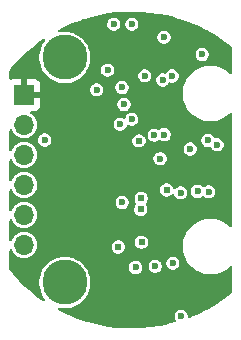
<source format=gbr>
%TF.GenerationSoftware,KiCad,Pcbnew,9.0.4-9.0.4-0~ubuntu24.04.1*%
%TF.CreationDate,2025-09-20T10:39:04-07:00*%
%TF.ProjectId,mag-encoder,6d61672d-656e-4636-9f64-65722e6b6963,1*%
%TF.SameCoordinates,Original*%
%TF.FileFunction,Copper,L3,Inr*%
%TF.FilePolarity,Positive*%
%FSLAX46Y46*%
G04 Gerber Fmt 4.6, Leading zero omitted, Abs format (unit mm)*
G04 Created by KiCad (PCBNEW 9.0.4-9.0.4-0~ubuntu24.04.1) date 2025-09-20 10:39:04*
%MOMM*%
%LPD*%
G01*
G04 APERTURE LIST*
%TA.AperFunction,ComponentPad*%
%ADD10C,3.810000*%
%TD*%
%TA.AperFunction,ComponentPad*%
%ADD11R,1.700000X1.700000*%
%TD*%
%TA.AperFunction,ComponentPad*%
%ADD12O,1.700000X1.700000*%
%TD*%
%TA.AperFunction,ViaPad*%
%ADD13C,0.600000*%
%TD*%
%TA.AperFunction,ViaPad*%
%ADD14C,0.609600*%
%TD*%
%TA.AperFunction,ViaPad*%
%ADD15C,0.500000*%
%TD*%
G04 APERTURE END LIST*
D10*
%TO.N,*%
%TO.C,H1*%
X224840800Y-114046000D03*
%TD*%
D11*
%TO.N,GND*%
%TO.C,J1*%
X221411800Y-117221000D03*
D12*
%TO.N,+3.3V*%
X221411800Y-119761000D03*
%TO.N,/CS*%
X221411800Y-122301000D03*
%TO.N,/MOSI*%
X221411800Y-124841000D03*
%TO.N,/MISO*%
X221411800Y-127381000D03*
%TO.N,/SCLK*%
X221411800Y-129921000D03*
%TD*%
D10*
%TO.N,*%
%TO.C,H2*%
X224840800Y-133096000D03*
%TD*%
D13*
%TO.N,+3.3V*%
X234696000Y-135939583D03*
X233248200Y-112344200D03*
D14*
X233464100Y-125260100D03*
X231317800Y-125984000D03*
D13*
X229857300Y-118021100D03*
X228463539Y-115122261D03*
%TO.N,GND*%
X229946200Y-115112800D03*
D14*
X226466400Y-117068600D03*
X232003600Y-122097800D03*
D13*
X227838000Y-135661400D03*
X234443344Y-118992046D03*
D15*
X232706800Y-118059200D03*
D13*
X232867200Y-135509000D03*
D15*
X231706800Y-118059200D03*
D13*
X238658400Y-127762000D03*
D14*
X233984800Y-121793000D03*
D13*
%TO.N,+5V*%
X230530400Y-111226600D03*
%TO.N,Net-(D4-A)*%
X232511600Y-131724400D03*
%TO.N,Net-(D1-K)*%
X228981000Y-111226600D03*
%TO.N,Net-(D3-A)*%
X230835200Y-131826000D03*
%TO.N,+5V_IN*%
X236474000Y-113792000D03*
X223139000Y-121031000D03*
%TO.N,Net-(C1-Pad1)*%
X229692200Y-116586000D03*
X233150883Y-115950999D03*
X233274839Y-120568637D03*
X230505000Y-119257800D03*
X236082570Y-125386858D03*
%TO.N,/A*%
X234645200Y-125501400D03*
%TO.N,/B*%
X237032800Y-125425200D03*
%TO.N,/PWM*%
X237744000Y-121437400D03*
%TO.N,Net-(D2-A)*%
X233984800Y-131449800D03*
%TO.N,Net-(D3-K)*%
X231622600Y-115595400D03*
D14*
%TO.N,Net-(U3-MGH)*%
X229368646Y-130086100D03*
D13*
X227545900Y-116776500D03*
D14*
X231343200Y-129692400D03*
%TO.N,/MISO*%
X231123451Y-121098347D03*
X231278250Y-126904864D03*
D13*
%TO.N,Net-(U3-A)*%
X229539800Y-119710200D03*
X229694099Y-126321418D03*
%TO.N,Net-(U3-PWM)*%
X232909286Y-122614514D03*
X236971960Y-121066440D03*
X233920500Y-115611177D03*
%TO.N,Net-(R3-Pad1)*%
X235458000Y-121793000D03*
X232435400Y-120624600D03*
%TD*%
%TA.AperFunction,Conductor*%
%TO.N,GND*%
G36*
X230652776Y-110157519D02*
G01*
X231362590Y-110181477D01*
X231369200Y-110181877D01*
X232076716Y-110243755D01*
X232083287Y-110244506D01*
X232786511Y-110344132D01*
X232793030Y-110345234D01*
X233489888Y-110482312D01*
X233496334Y-110483760D01*
X234184914Y-110657918D01*
X234191260Y-110659705D01*
X234869528Y-110870428D01*
X234875790Y-110872560D01*
X235541810Y-111119247D01*
X235547910Y-111121694D01*
X236199823Y-111403658D01*
X236205786Y-111406429D01*
X236789813Y-111697035D01*
X236841653Y-111722830D01*
X236847507Y-111725941D01*
X237338108Y-112003732D01*
X237465526Y-112075879D01*
X237471203Y-112079297D01*
X237736191Y-112248665D01*
X238069642Y-112461792D01*
X238075133Y-112465513D01*
X238652222Y-112879431D01*
X238657507Y-112883439D01*
X238987856Y-113148243D01*
X239027853Y-113205532D01*
X239034300Y-113244996D01*
X239034300Y-115345242D01*
X239014615Y-115412281D01*
X238961811Y-115458036D01*
X238892653Y-115467980D01*
X238829097Y-115438955D01*
X238822619Y-115432923D01*
X238721011Y-115331315D01*
X238721004Y-115331309D01*
X238478126Y-115144942D01*
X238478124Y-115144940D01*
X238478118Y-115144936D01*
X238478113Y-115144933D01*
X238478110Y-115144931D01*
X238212989Y-114991862D01*
X238212973Y-114991854D01*
X237930140Y-114874702D01*
X237785826Y-114836033D01*
X237634411Y-114795461D01*
X237634410Y-114795460D01*
X237634407Y-114795460D01*
X237330886Y-114755501D01*
X237330883Y-114755500D01*
X237330877Y-114755500D01*
X237024723Y-114755500D01*
X237024717Y-114755500D01*
X237024713Y-114755501D01*
X236721192Y-114795460D01*
X236425459Y-114874702D01*
X236142626Y-114991854D01*
X236142610Y-114991862D01*
X235877489Y-115144931D01*
X235877473Y-115144942D01*
X235634595Y-115331309D01*
X235634588Y-115331315D01*
X235418115Y-115547788D01*
X235418109Y-115547795D01*
X235231742Y-115790673D01*
X235231731Y-115790689D01*
X235078662Y-116055810D01*
X235078654Y-116055826D01*
X234961502Y-116338659D01*
X234882260Y-116634392D01*
X234842301Y-116937913D01*
X234842300Y-116937929D01*
X234842300Y-117244070D01*
X234842301Y-117244086D01*
X234882260Y-117547607D01*
X234961502Y-117843340D01*
X235078654Y-118126173D01*
X235078662Y-118126189D01*
X235231731Y-118391310D01*
X235231742Y-118391326D01*
X235418109Y-118634204D01*
X235418115Y-118634211D01*
X235634588Y-118850684D01*
X235634595Y-118850690D01*
X235723012Y-118918535D01*
X235877482Y-119037064D01*
X235877489Y-119037068D01*
X236142610Y-119190137D01*
X236142626Y-119190145D01*
X236425459Y-119307297D01*
X236425461Y-119307297D01*
X236425467Y-119307300D01*
X236721189Y-119386539D01*
X237024723Y-119426500D01*
X237024730Y-119426500D01*
X237330870Y-119426500D01*
X237330877Y-119426500D01*
X237634411Y-119386539D01*
X237930133Y-119307300D01*
X238028660Y-119266489D01*
X238212973Y-119190145D01*
X238212976Y-119190143D01*
X238212982Y-119190141D01*
X238478118Y-119037064D01*
X238721006Y-118850689D01*
X238766210Y-118805485D01*
X238822619Y-118749077D01*
X238883942Y-118715592D01*
X238953634Y-118720576D01*
X239009567Y-118762448D01*
X239033984Y-118827912D01*
X239034300Y-118836758D01*
X239034300Y-128305242D01*
X239014615Y-128372281D01*
X238961811Y-128418036D01*
X238892653Y-128427980D01*
X238829097Y-128398955D01*
X238822619Y-128392923D01*
X238721011Y-128291315D01*
X238721004Y-128291309D01*
X238478126Y-128104942D01*
X238478124Y-128104940D01*
X238478118Y-128104936D01*
X238478113Y-128104933D01*
X238478110Y-128104931D01*
X238212989Y-127951862D01*
X238212973Y-127951854D01*
X237930140Y-127834702D01*
X237819209Y-127804978D01*
X237634411Y-127755461D01*
X237634410Y-127755460D01*
X237634407Y-127755460D01*
X237330886Y-127715501D01*
X237330883Y-127715500D01*
X237330877Y-127715500D01*
X237024723Y-127715500D01*
X237024717Y-127715500D01*
X237024713Y-127715501D01*
X236721192Y-127755460D01*
X236425459Y-127834702D01*
X236142626Y-127951854D01*
X236142610Y-127951862D01*
X235877489Y-128104931D01*
X235877473Y-128104942D01*
X235634595Y-128291309D01*
X235634588Y-128291315D01*
X235418115Y-128507788D01*
X235418109Y-128507795D01*
X235231742Y-128750673D01*
X235231731Y-128750689D01*
X235078662Y-129015810D01*
X235078654Y-129015826D01*
X234961502Y-129298659D01*
X234882260Y-129594392D01*
X234842301Y-129897913D01*
X234842300Y-129897929D01*
X234842300Y-130204070D01*
X234842301Y-130204086D01*
X234881243Y-130499884D01*
X234882261Y-130507611D01*
X234908968Y-130607284D01*
X234961502Y-130803340D01*
X235078654Y-131086173D01*
X235078662Y-131086189D01*
X235231731Y-131351310D01*
X235231742Y-131351326D01*
X235418109Y-131594204D01*
X235418115Y-131594211D01*
X235634588Y-131810684D01*
X235634595Y-131810690D01*
X235749683Y-131899000D01*
X235877482Y-131997064D01*
X235877489Y-131997068D01*
X236142610Y-132150137D01*
X236142626Y-132150145D01*
X236425459Y-132267297D01*
X236425461Y-132267297D01*
X236425467Y-132267300D01*
X236721189Y-132346539D01*
X237024723Y-132386500D01*
X237024730Y-132386500D01*
X237330870Y-132386500D01*
X237330877Y-132386500D01*
X237634411Y-132346539D01*
X237930133Y-132267300D01*
X238131154Y-132184035D01*
X238212973Y-132150145D01*
X238212976Y-132150143D01*
X238212982Y-132150141D01*
X238478118Y-131997064D01*
X238721006Y-131810689D01*
X238743783Y-131787912D01*
X238822619Y-131709077D01*
X238883942Y-131675592D01*
X238953634Y-131680576D01*
X239009567Y-131722448D01*
X239033984Y-131787912D01*
X239034300Y-131796758D01*
X239034300Y-133896564D01*
X239014615Y-133963603D01*
X238987747Y-133993404D01*
X238657823Y-134257259D01*
X238652545Y-134261254D01*
X238075365Y-134674353D01*
X238069882Y-134678060D01*
X237471473Y-135059777D01*
X237465799Y-135063186D01*
X236847901Y-135412412D01*
X236842054Y-135415514D01*
X236206385Y-135731278D01*
X236200380Y-135734064D01*
X235548759Y-136015461D01*
X235542615Y-136017922D01*
X235417516Y-136064192D01*
X235347810Y-136068986D01*
X235286579Y-136035333D01*
X235253262Y-135973918D01*
X235250500Y-135947892D01*
X235250500Y-135866584D01*
X235250500Y-135866582D01*
X235212712Y-135725554D01*
X235139711Y-135599112D01*
X235036471Y-135495872D01*
X235036470Y-135495871D01*
X235036467Y-135495869D01*
X234910031Y-135422872D01*
X234910030Y-135422871D01*
X234910029Y-135422871D01*
X234769001Y-135385083D01*
X234622999Y-135385083D01*
X234481971Y-135422871D01*
X234481968Y-135422872D01*
X234355532Y-135495869D01*
X234355527Y-135495873D01*
X234252290Y-135599110D01*
X234252286Y-135599115D01*
X234179289Y-135725551D01*
X234179288Y-135725554D01*
X234141500Y-135866582D01*
X234141500Y-136012584D01*
X234175223Y-136138439D01*
X234179288Y-136153611D01*
X234179289Y-136153614D01*
X234252286Y-136280050D01*
X234254332Y-136282716D01*
X234255358Y-136285371D01*
X234256352Y-136287092D01*
X234256083Y-136287246D01*
X234279528Y-136347885D01*
X234265491Y-136416330D01*
X234216678Y-136466321D01*
X234186335Y-136478427D01*
X233498224Y-136652293D01*
X233491765Y-136653742D01*
X232795333Y-136790646D01*
X232788807Y-136791749D01*
X232086040Y-136891300D01*
X232079463Y-136892053D01*
X231372413Y-136953957D01*
X231365806Y-136954359D01*
X230656421Y-136978448D01*
X230649802Y-136978496D01*
X229940147Y-136964698D01*
X229933535Y-136964392D01*
X229225665Y-136912746D01*
X229219079Y-136912089D01*
X228514921Y-136822738D01*
X228508379Y-136821729D01*
X227810051Y-136694942D01*
X227803572Y-136693587D01*
X227112949Y-136529703D01*
X227106552Y-136528003D01*
X226425687Y-136327508D01*
X226419389Y-136325469D01*
X225750198Y-136088930D01*
X225744019Y-136086559D01*
X225213623Y-135866582D01*
X225088385Y-135814640D01*
X225082356Y-135811949D01*
X224442147Y-135505424D01*
X224436259Y-135502408D01*
X224340221Y-135449951D01*
X224290822Y-135400540D01*
X224275979Y-135332265D01*
X224300405Y-135266804D01*
X224356344Y-135224940D01*
X224415847Y-135218188D01*
X224418591Y-135218549D01*
X224418598Y-135218551D01*
X224660501Y-135250397D01*
X224699258Y-135255500D01*
X224699259Y-135255500D01*
X224982342Y-135255500D01*
X225046066Y-135247110D01*
X225263002Y-135218551D01*
X225536438Y-135145284D01*
X225742870Y-135059777D01*
X225797963Y-135036957D01*
X225797966Y-135036955D01*
X225797972Y-135036953D01*
X226043128Y-134895412D01*
X226267713Y-134723082D01*
X226467882Y-134522913D01*
X226640212Y-134298328D01*
X226781753Y-134053172D01*
X226890084Y-133791638D01*
X226963351Y-133518202D01*
X227000300Y-133237541D01*
X227000300Y-132954459D01*
X226963351Y-132673798D01*
X226890084Y-132400362D01*
X226839772Y-132278899D01*
X226781757Y-132138836D01*
X226781749Y-132138820D01*
X226640216Y-131893679D01*
X226640212Y-131893672D01*
X226640208Y-131893667D01*
X226640205Y-131893662D01*
X226583957Y-131820358D01*
X226532270Y-131752999D01*
X230280700Y-131752999D01*
X230280700Y-131899001D01*
X230308915Y-132004299D01*
X230318488Y-132040028D01*
X230318489Y-132040031D01*
X230391486Y-132166467D01*
X230391488Y-132166470D01*
X230391489Y-132166471D01*
X230494729Y-132269711D01*
X230494730Y-132269712D01*
X230494732Y-132269713D01*
X230557950Y-132306211D01*
X230621171Y-132342712D01*
X230762199Y-132380500D01*
X230762201Y-132380500D01*
X230908199Y-132380500D01*
X230908201Y-132380500D01*
X231049229Y-132342712D01*
X231175671Y-132269711D01*
X231278911Y-132166471D01*
X231351912Y-132040029D01*
X231389700Y-131899001D01*
X231389700Y-131752999D01*
X231362477Y-131651399D01*
X231957100Y-131651399D01*
X231957100Y-131797401D01*
X231984324Y-131899001D01*
X231994888Y-131938428D01*
X231994889Y-131938431D01*
X232067886Y-132064867D01*
X232067888Y-132064870D01*
X232067889Y-132064871D01*
X232171129Y-132168111D01*
X232297571Y-132241112D01*
X232438599Y-132278900D01*
X232438601Y-132278900D01*
X232584599Y-132278900D01*
X232584601Y-132278900D01*
X232725629Y-132241112D01*
X232852071Y-132168111D01*
X232955311Y-132064871D01*
X233028312Y-131938429D01*
X233066100Y-131797401D01*
X233066100Y-131651399D01*
X233028312Y-131510371D01*
X232955311Y-131383929D01*
X232948181Y-131376799D01*
X233430300Y-131376799D01*
X233430300Y-131522801D01*
X233464758Y-131651399D01*
X233468088Y-131663828D01*
X233468089Y-131663831D01*
X233541086Y-131790267D01*
X233541088Y-131790270D01*
X233541089Y-131790271D01*
X233644329Y-131893511D01*
X233644330Y-131893512D01*
X233644332Y-131893513D01*
X233653836Y-131899000D01*
X233770771Y-131966512D01*
X233911799Y-132004300D01*
X233911801Y-132004300D01*
X234057799Y-132004300D01*
X234057801Y-132004300D01*
X234198829Y-131966512D01*
X234325271Y-131893511D01*
X234428511Y-131790271D01*
X234501512Y-131663829D01*
X234539300Y-131522801D01*
X234539300Y-131376799D01*
X234501512Y-131235771D01*
X234428511Y-131109329D01*
X234325271Y-131006089D01*
X234325270Y-131006088D01*
X234325267Y-131006086D01*
X234198831Y-130933089D01*
X234198830Y-130933088D01*
X234198829Y-130933088D01*
X234057801Y-130895300D01*
X233911799Y-130895300D01*
X233770771Y-130933088D01*
X233770768Y-130933089D01*
X233644332Y-131006086D01*
X233644327Y-131006090D01*
X233541090Y-131109327D01*
X233541086Y-131109332D01*
X233468089Y-131235768D01*
X233468088Y-131235771D01*
X233430300Y-131376799D01*
X232948181Y-131376799D01*
X232852071Y-131280689D01*
X232852070Y-131280688D01*
X232852067Y-131280686D01*
X232725631Y-131207689D01*
X232725630Y-131207688D01*
X232725629Y-131207688D01*
X232584601Y-131169900D01*
X232438599Y-131169900D01*
X232297571Y-131207688D01*
X232297568Y-131207689D01*
X232171132Y-131280686D01*
X232171127Y-131280690D01*
X232067890Y-131383927D01*
X232067886Y-131383932D01*
X231994889Y-131510368D01*
X231994888Y-131510371D01*
X231957100Y-131651399D01*
X231362477Y-131651399D01*
X231351912Y-131611971D01*
X231300429Y-131522799D01*
X231278913Y-131485532D01*
X231278909Y-131485527D01*
X231175672Y-131382290D01*
X231175667Y-131382286D01*
X231049231Y-131309289D01*
X231049230Y-131309288D01*
X231049229Y-131309288D01*
X230908201Y-131271500D01*
X230762199Y-131271500D01*
X230621171Y-131309288D01*
X230621168Y-131309289D01*
X230494732Y-131382286D01*
X230494727Y-131382290D01*
X230391490Y-131485527D01*
X230391486Y-131485532D01*
X230318489Y-131611968D01*
X230318488Y-131611971D01*
X230280700Y-131752999D01*
X226532270Y-131752999D01*
X226467883Y-131669088D01*
X226467877Y-131669081D01*
X226267718Y-131468922D01*
X226267711Y-131468916D01*
X226043136Y-131296594D01*
X226043134Y-131296592D01*
X226043128Y-131296588D01*
X226043123Y-131296585D01*
X226043120Y-131296583D01*
X225797979Y-131155050D01*
X225797963Y-131155042D01*
X225536436Y-131046715D01*
X225355758Y-130998303D01*
X225263002Y-130973449D01*
X225262996Y-130973448D01*
X225262991Y-130973447D01*
X224982342Y-130936500D01*
X224982341Y-130936500D01*
X224699259Y-130936500D01*
X224699258Y-130936500D01*
X224418608Y-130973447D01*
X224418601Y-130973448D01*
X224418598Y-130973449D01*
X224360812Y-130988932D01*
X224145163Y-131046715D01*
X223883636Y-131155042D01*
X223883620Y-131155050D01*
X223638479Y-131296583D01*
X223638463Y-131296594D01*
X223413888Y-131468916D01*
X223413881Y-131468922D01*
X223213722Y-131669081D01*
X223213716Y-131669088D01*
X223041394Y-131893663D01*
X223041383Y-131893679D01*
X222899850Y-132138820D01*
X222899842Y-132138836D01*
X222791515Y-132400363D01*
X222718250Y-132673795D01*
X222718247Y-132673808D01*
X222681300Y-132954458D01*
X222681300Y-133237541D01*
X222718247Y-133518191D01*
X222718248Y-133518196D01*
X222718249Y-133518202D01*
X222718250Y-133518204D01*
X222791515Y-133791636D01*
X222899842Y-134053163D01*
X222899850Y-134053179D01*
X223041383Y-134298320D01*
X223041394Y-134298336D01*
X223173292Y-134470229D01*
X223198486Y-134535398D01*
X223184448Y-134603843D01*
X223135634Y-134653832D01*
X223067542Y-134669496D01*
X223004218Y-134647586D01*
X222615105Y-134377537D01*
X222609799Y-134373641D01*
X222527583Y-134309822D01*
X222414175Y-134221790D01*
X222049095Y-133938400D01*
X222043977Y-133934203D01*
X221507332Y-133469693D01*
X221502445Y-133465229D01*
X220991325Y-132972721D01*
X220986693Y-132968013D01*
X220502583Y-132448933D01*
X220498204Y-132443978D01*
X220469421Y-132409609D01*
X220179334Y-132063218D01*
X220151383Y-131999183D01*
X220150400Y-131983628D01*
X220150397Y-131966510D01*
X220150094Y-130393508D01*
X220169766Y-130326468D01*
X220222561Y-130280703D01*
X220291717Y-130270746D01*
X220355279Y-130299758D01*
X220385103Y-130341100D01*
X220386008Y-130340640D01*
X220388220Y-130344981D01*
X220467147Y-130499884D01*
X220569335Y-130640533D01*
X220692267Y-130763465D01*
X220832916Y-130865653D01*
X220891102Y-130895300D01*
X220987821Y-130944581D01*
X221153158Y-130998302D01*
X221153159Y-130998302D01*
X221153162Y-130998303D01*
X221324874Y-131025500D01*
X221324875Y-131025500D01*
X221498725Y-131025500D01*
X221498726Y-131025500D01*
X221670438Y-130998303D01*
X221670441Y-130998302D01*
X221670442Y-130998302D01*
X221835778Y-130944581D01*
X221835778Y-130944580D01*
X221835781Y-130944580D01*
X221990684Y-130865653D01*
X222131333Y-130763465D01*
X222254265Y-130640533D01*
X222356453Y-130499884D01*
X222435380Y-130344981D01*
X222436641Y-130341100D01*
X222489102Y-130179642D01*
X222489102Y-130179641D01*
X222489103Y-130179638D01*
X222515581Y-130012467D01*
X228809346Y-130012467D01*
X228809346Y-130159733D01*
X228846866Y-130299758D01*
X228847463Y-130301985D01*
X228899218Y-130391626D01*
X228921095Y-130429518D01*
X229025228Y-130533651D01*
X229114872Y-130585407D01*
X229152760Y-130607282D01*
X229152761Y-130607282D01*
X229152764Y-130607284D01*
X229295013Y-130645400D01*
X229295016Y-130645400D01*
X229442276Y-130645400D01*
X229442279Y-130645400D01*
X229584528Y-130607284D01*
X229712064Y-130533651D01*
X229816197Y-130429518D01*
X229889830Y-130301982D01*
X229927946Y-130159733D01*
X229927946Y-130012467D01*
X229889830Y-129870218D01*
X229816197Y-129742682D01*
X229712064Y-129638549D01*
X229677801Y-129618767D01*
X230783900Y-129618767D01*
X230783900Y-129766033D01*
X230819242Y-129897929D01*
X230822017Y-129908285D01*
X230873772Y-129997926D01*
X230895649Y-130035818D01*
X230999782Y-130139951D01*
X231068522Y-130179638D01*
X231127314Y-130213582D01*
X231127315Y-130213582D01*
X231127318Y-130213584D01*
X231269567Y-130251700D01*
X231269570Y-130251700D01*
X231416830Y-130251700D01*
X231416833Y-130251700D01*
X231559082Y-130213584D01*
X231686618Y-130139951D01*
X231790751Y-130035818D01*
X231864384Y-129908282D01*
X231902500Y-129766033D01*
X231902500Y-129618767D01*
X231864384Y-129476518D01*
X231848481Y-129448974D01*
X231842507Y-129438626D01*
X231790751Y-129348982D01*
X231686618Y-129244849D01*
X231648726Y-129222972D01*
X231559085Y-129171217D01*
X231559086Y-129171217D01*
X231547420Y-129168091D01*
X231416833Y-129133100D01*
X231269567Y-129133100D01*
X231138979Y-129168091D01*
X231127314Y-129171217D01*
X230999785Y-129244847D01*
X230999779Y-129244851D01*
X230895651Y-129348979D01*
X230895647Y-129348985D01*
X230822017Y-129476514D01*
X230822016Y-129476518D01*
X230783900Y-129618767D01*
X229677801Y-129618767D01*
X229635577Y-129594389D01*
X229584531Y-129564917D01*
X229584532Y-129564917D01*
X229572866Y-129561791D01*
X229442279Y-129526800D01*
X229295013Y-129526800D01*
X229164425Y-129561791D01*
X229152760Y-129564917D01*
X229025231Y-129638547D01*
X229025225Y-129638551D01*
X228921097Y-129742679D01*
X228921093Y-129742685D01*
X228847463Y-129870214D01*
X228847462Y-129870218D01*
X228809346Y-130012467D01*
X222515581Y-130012467D01*
X222516300Y-130007926D01*
X222516300Y-129834074D01*
X222489103Y-129662362D01*
X222489102Y-129662358D01*
X222489102Y-129662357D01*
X222435381Y-129497021D01*
X222410900Y-129448974D01*
X222356453Y-129342116D01*
X222254265Y-129201467D01*
X222131333Y-129078535D01*
X221990684Y-128976347D01*
X221835778Y-128897418D01*
X221670441Y-128843697D01*
X221541654Y-128823299D01*
X221498726Y-128816500D01*
X221324874Y-128816500D01*
X221267636Y-128825565D01*
X221153160Y-128843697D01*
X221153157Y-128843697D01*
X220987821Y-128897418D01*
X220832915Y-128976347D01*
X220778600Y-129015810D01*
X220692267Y-129078535D01*
X220692265Y-129078537D01*
X220692264Y-129078537D01*
X220569337Y-129201464D01*
X220569337Y-129201465D01*
X220569335Y-129201467D01*
X220537816Y-129244849D01*
X220467147Y-129342115D01*
X220386008Y-129501360D01*
X220384928Y-129500810D01*
X220344616Y-129550818D01*
X220278318Y-129572872D01*
X220210621Y-129555581D01*
X220163020Y-129504436D01*
X220149913Y-129448974D01*
X220149894Y-129348979D01*
X220149606Y-127852329D01*
X220169278Y-127785289D01*
X220222073Y-127739524D01*
X220291229Y-127729567D01*
X220354791Y-127758579D01*
X220385365Y-127800967D01*
X220386008Y-127800640D01*
X220388122Y-127804789D01*
X220388163Y-127804846D01*
X220388214Y-127804971D01*
X220463058Y-127951859D01*
X220467147Y-127959884D01*
X220569335Y-128100533D01*
X220692267Y-128223465D01*
X220832916Y-128325653D01*
X220924429Y-128372281D01*
X220987821Y-128404581D01*
X221153158Y-128458302D01*
X221153159Y-128458302D01*
X221153162Y-128458303D01*
X221324874Y-128485500D01*
X221324875Y-128485500D01*
X221498725Y-128485500D01*
X221498726Y-128485500D01*
X221670438Y-128458303D01*
X221670441Y-128458302D01*
X221670442Y-128458302D01*
X221835778Y-128404581D01*
X221835778Y-128404580D01*
X221835781Y-128404580D01*
X221990684Y-128325653D01*
X222131333Y-128223465D01*
X222254265Y-128100533D01*
X222356453Y-127959884D01*
X222435380Y-127804981D01*
X222436684Y-127800967D01*
X222489102Y-127639642D01*
X222489102Y-127639641D01*
X222489103Y-127639638D01*
X222516300Y-127467926D01*
X222516300Y-127294074D01*
X222489103Y-127122362D01*
X222489102Y-127122358D01*
X222489102Y-127122357D01*
X222435381Y-126957021D01*
X222374803Y-126838130D01*
X222356453Y-126802116D01*
X222254265Y-126661467D01*
X222131333Y-126538535D01*
X221990684Y-126436347D01*
X221873279Y-126376526D01*
X221835778Y-126357418D01*
X221670440Y-126303697D01*
X221555963Y-126285565D01*
X221498726Y-126276500D01*
X221324874Y-126276500D01*
X221267636Y-126285565D01*
X221153160Y-126303697D01*
X221153157Y-126303697D01*
X220987821Y-126357418D01*
X220832915Y-126436347D01*
X220789363Y-126467990D01*
X220692267Y-126538535D01*
X220692265Y-126538537D01*
X220692264Y-126538537D01*
X220569337Y-126661464D01*
X220569337Y-126661465D01*
X220569335Y-126661467D01*
X220569028Y-126661890D01*
X220467147Y-126802115D01*
X220388212Y-126957033D01*
X220387979Y-126957597D01*
X220387833Y-126957777D01*
X220386008Y-126961360D01*
X220385255Y-126960976D01*
X220344131Y-127011994D01*
X220277833Y-127034050D01*
X220210136Y-127016761D01*
X220162533Y-126965617D01*
X220149425Y-126910154D01*
X220149298Y-126248417D01*
X229139599Y-126248417D01*
X229139599Y-126394419D01*
X229171195Y-126512336D01*
X229177387Y-126535446D01*
X229177388Y-126535449D01*
X229250385Y-126661885D01*
X229250387Y-126661888D01*
X229250388Y-126661889D01*
X229353628Y-126765129D01*
X229480070Y-126838130D01*
X229621098Y-126875918D01*
X229621100Y-126875918D01*
X229767098Y-126875918D01*
X229767100Y-126875918D01*
X229908128Y-126838130D01*
X229920077Y-126831231D01*
X230718950Y-126831231D01*
X230718950Y-126978497D01*
X230733836Y-127034050D01*
X230757067Y-127120749D01*
X230808822Y-127210390D01*
X230830699Y-127248282D01*
X230934832Y-127352415D01*
X231024476Y-127404171D01*
X231062364Y-127426046D01*
X231062365Y-127426046D01*
X231062368Y-127426048D01*
X231204617Y-127464164D01*
X231204620Y-127464164D01*
X231351880Y-127464164D01*
X231351883Y-127464164D01*
X231494132Y-127426048D01*
X231621668Y-127352415D01*
X231725801Y-127248282D01*
X231799434Y-127120746D01*
X231837550Y-126978497D01*
X231837550Y-126831231D01*
X231799434Y-126688982D01*
X231783792Y-126661890D01*
X231777557Y-126651090D01*
X231725801Y-126561446D01*
X231716243Y-126551888D01*
X231682758Y-126490565D01*
X231687742Y-126420873D01*
X231716243Y-126376526D01*
X231735351Y-126357418D01*
X231765351Y-126327418D01*
X231838984Y-126199882D01*
X231877100Y-126057633D01*
X231877100Y-125910367D01*
X231838984Y-125768118D01*
X231837571Y-125765671D01*
X231808565Y-125715431D01*
X231765351Y-125640582D01*
X231661218Y-125536449D01*
X231594969Y-125498200D01*
X231533685Y-125462817D01*
X231533686Y-125462817D01*
X231522020Y-125459691D01*
X231391433Y-125424700D01*
X231244167Y-125424700D01*
X231113579Y-125459691D01*
X231101914Y-125462817D01*
X230974385Y-125536447D01*
X230974379Y-125536451D01*
X230870251Y-125640579D01*
X230870247Y-125640585D01*
X230796617Y-125768114D01*
X230796616Y-125768118D01*
X230758500Y-125910367D01*
X230758500Y-126057633D01*
X230796616Y-126199882D01*
X230796617Y-126199885D01*
X230824639Y-126248419D01*
X230870249Y-126327418D01*
X230870251Y-126327420D01*
X230879806Y-126336975D01*
X230913291Y-126398298D01*
X230908307Y-126467990D01*
X230879808Y-126512336D01*
X230830699Y-126561446D01*
X230830697Y-126561449D01*
X230757067Y-126688978D01*
X230757066Y-126688982D01*
X230718950Y-126831231D01*
X229920077Y-126831231D01*
X230034570Y-126765129D01*
X230137810Y-126661889D01*
X230210811Y-126535447D01*
X230248599Y-126394419D01*
X230248599Y-126248417D01*
X230210811Y-126107389D01*
X230137810Y-125980947D01*
X230034570Y-125877707D01*
X230034569Y-125877706D01*
X230034566Y-125877704D01*
X229908130Y-125804707D01*
X229908129Y-125804706D01*
X229908128Y-125804706D01*
X229767100Y-125766918D01*
X229621098Y-125766918D01*
X229480070Y-125804706D01*
X229480067Y-125804707D01*
X229353631Y-125877704D01*
X229353626Y-125877708D01*
X229250389Y-125980945D01*
X229250385Y-125980950D01*
X229177388Y-126107386D01*
X229177387Y-126107389D01*
X229139599Y-126248417D01*
X220149298Y-126248417D01*
X220149118Y-125311151D01*
X220168790Y-125244110D01*
X220221585Y-125198345D01*
X220290741Y-125188388D01*
X220354303Y-125217400D01*
X220385629Y-125260833D01*
X220386008Y-125260640D01*
X220387254Y-125263086D01*
X220387679Y-125263675D01*
X220388220Y-125264982D01*
X220423249Y-125333730D01*
X220467147Y-125419884D01*
X220569335Y-125560533D01*
X220692267Y-125683465D01*
X220832916Y-125785653D01*
X220943250Y-125841871D01*
X220987821Y-125864581D01*
X221153158Y-125918302D01*
X221153159Y-125918302D01*
X221153162Y-125918303D01*
X221324874Y-125945500D01*
X221324875Y-125945500D01*
X221498725Y-125945500D01*
X221498726Y-125945500D01*
X221670438Y-125918303D01*
X221670441Y-125918302D01*
X221670442Y-125918302D01*
X221835778Y-125864581D01*
X221835778Y-125864580D01*
X221835781Y-125864580D01*
X221990684Y-125785653D01*
X222131333Y-125683465D01*
X222254265Y-125560533D01*
X222356453Y-125419884D01*
X222435380Y-125264981D01*
X222436728Y-125260833D01*
X222460891Y-125186467D01*
X232904800Y-125186467D01*
X232904800Y-125333733D01*
X232942916Y-125475982D01*
X232942917Y-125475985D01*
X232977828Y-125536451D01*
X233016549Y-125603518D01*
X233120682Y-125707651D01*
X233210326Y-125759407D01*
X233248214Y-125781282D01*
X233248215Y-125781282D01*
X233248218Y-125781284D01*
X233390467Y-125819400D01*
X233390470Y-125819400D01*
X233537730Y-125819400D01*
X233537733Y-125819400D01*
X233679982Y-125781284D01*
X233807518Y-125707651D01*
X233907150Y-125608018D01*
X233968469Y-125574536D01*
X234038161Y-125579520D01*
X234094095Y-125621391D01*
X234114603Y-125663608D01*
X234128488Y-125715430D01*
X234128489Y-125715431D01*
X234201486Y-125841867D01*
X234201488Y-125841870D01*
X234201489Y-125841871D01*
X234304729Y-125945111D01*
X234304730Y-125945112D01*
X234304732Y-125945113D01*
X234364637Y-125979699D01*
X234431171Y-126018112D01*
X234572199Y-126055900D01*
X234572201Y-126055900D01*
X234718199Y-126055900D01*
X234718201Y-126055900D01*
X234859229Y-126018112D01*
X234985671Y-125945111D01*
X235088911Y-125841871D01*
X235161912Y-125715429D01*
X235199700Y-125574401D01*
X235199700Y-125428399D01*
X235169009Y-125313857D01*
X235528070Y-125313857D01*
X235528070Y-125459859D01*
X235558798Y-125574536D01*
X235565858Y-125600886D01*
X235565859Y-125600889D01*
X235638856Y-125727325D01*
X235638858Y-125727328D01*
X235638859Y-125727329D01*
X235742099Y-125830569D01*
X235742100Y-125830570D01*
X235742102Y-125830571D01*
X235761676Y-125841872D01*
X235868541Y-125903570D01*
X236009569Y-125941358D01*
X236009571Y-125941358D01*
X236155569Y-125941358D01*
X236155571Y-125941358D01*
X236296599Y-125903570D01*
X236423041Y-125830569D01*
X236450833Y-125802777D01*
X236512156Y-125769292D01*
X236581848Y-125774276D01*
X236626195Y-125802777D01*
X236692329Y-125868911D01*
X236818771Y-125941912D01*
X236959799Y-125979700D01*
X236959801Y-125979700D01*
X237105799Y-125979700D01*
X237105801Y-125979700D01*
X237246829Y-125941912D01*
X237373271Y-125868911D01*
X237476511Y-125765671D01*
X237549512Y-125639229D01*
X237587300Y-125498201D01*
X237587300Y-125352199D01*
X237549512Y-125211171D01*
X237485119Y-125099638D01*
X237476513Y-125084732D01*
X237476509Y-125084727D01*
X237373272Y-124981490D01*
X237373267Y-124981486D01*
X237246831Y-124908489D01*
X237246830Y-124908488D01*
X237246829Y-124908488D01*
X237105801Y-124870700D01*
X236959799Y-124870700D01*
X236818771Y-124908488D01*
X236818768Y-124908489D01*
X236692332Y-124981486D01*
X236692330Y-124981488D01*
X236664534Y-125009283D01*
X236603209Y-125042766D01*
X236533518Y-125037779D01*
X236489174Y-125009280D01*
X236423042Y-124943148D01*
X236423037Y-124943144D01*
X236296601Y-124870147D01*
X236296600Y-124870146D01*
X236296599Y-124870146D01*
X236155571Y-124832358D01*
X236009569Y-124832358D01*
X235868541Y-124870146D01*
X235868538Y-124870147D01*
X235742102Y-124943144D01*
X235742097Y-124943148D01*
X235638860Y-125046385D01*
X235638856Y-125046390D01*
X235565859Y-125172826D01*
X235565858Y-125172829D01*
X235528070Y-125313857D01*
X235169009Y-125313857D01*
X235161912Y-125287371D01*
X235104770Y-125188397D01*
X235088913Y-125160932D01*
X235088909Y-125160927D01*
X234985672Y-125057690D01*
X234985667Y-125057686D01*
X234859231Y-124984689D01*
X234859230Y-124984688D01*
X234859229Y-124984688D01*
X234718201Y-124946900D01*
X234572199Y-124946900D01*
X234431171Y-124984688D01*
X234431168Y-124984689D01*
X234304732Y-125057686D01*
X234207505Y-125154913D01*
X234146182Y-125188397D01*
X234076490Y-125183413D01*
X234020557Y-125141541D01*
X234000050Y-125099327D01*
X233985284Y-125044218D01*
X233981566Y-125037779D01*
X233949067Y-124981488D01*
X233911651Y-124916682D01*
X233807518Y-124812549D01*
X233769626Y-124790672D01*
X233679985Y-124738917D01*
X233679986Y-124738917D01*
X233668320Y-124735791D01*
X233537733Y-124700800D01*
X233390467Y-124700800D01*
X233259879Y-124735791D01*
X233248214Y-124738917D01*
X233120685Y-124812547D01*
X233120679Y-124812551D01*
X233016551Y-124916679D01*
X233016547Y-124916685D01*
X232942917Y-125044214D01*
X232942916Y-125044218D01*
X232904800Y-125186467D01*
X222460891Y-125186467D01*
X222475982Y-125140022D01*
X222489102Y-125099642D01*
X222489102Y-125099641D01*
X222489103Y-125099638D01*
X222516300Y-124927926D01*
X222516300Y-124754074D01*
X222489103Y-124582362D01*
X222489102Y-124582358D01*
X222489102Y-124582357D01*
X222435381Y-124417021D01*
X222356452Y-124262115D01*
X222254265Y-124121467D01*
X222131333Y-123998535D01*
X221990684Y-123896347D01*
X221835778Y-123817418D01*
X221670441Y-123763697D01*
X221541654Y-123743299D01*
X221498726Y-123736500D01*
X221324874Y-123736500D01*
X221267636Y-123745565D01*
X221153160Y-123763697D01*
X221153157Y-123763697D01*
X220987821Y-123817418D01*
X220832915Y-123896347D01*
X220752669Y-123954649D01*
X220692267Y-123998535D01*
X220692265Y-123998537D01*
X220692264Y-123998537D01*
X220569337Y-124121464D01*
X220569337Y-124121465D01*
X220569335Y-124121467D01*
X220525449Y-124181869D01*
X220467147Y-124262115D01*
X220388214Y-124417030D01*
X220387492Y-124418773D01*
X220387041Y-124419332D01*
X220386008Y-124421360D01*
X220385581Y-124421142D01*
X220343645Y-124473171D01*
X220277348Y-124495228D01*
X220209650Y-124477940D01*
X220162046Y-124426797D01*
X220148937Y-124371333D01*
X220148630Y-122769969D01*
X220168301Y-122702931D01*
X220221096Y-122657166D01*
X220290252Y-122647209D01*
X220353814Y-122676221D01*
X220385895Y-122720697D01*
X220386008Y-122720640D01*
X220386379Y-122721368D01*
X220387186Y-122722487D01*
X220388216Y-122724975D01*
X220440987Y-122828542D01*
X220467147Y-122879884D01*
X220569335Y-123020533D01*
X220692267Y-123143465D01*
X220832916Y-123245653D01*
X220987819Y-123324580D01*
X220987821Y-123324581D01*
X221153158Y-123378302D01*
X221153159Y-123378302D01*
X221153162Y-123378303D01*
X221324874Y-123405500D01*
X221324875Y-123405500D01*
X221498725Y-123405500D01*
X221498726Y-123405500D01*
X221670438Y-123378303D01*
X221670441Y-123378302D01*
X221670442Y-123378302D01*
X221835778Y-123324581D01*
X221835778Y-123324580D01*
X221835781Y-123324580D01*
X221990684Y-123245653D01*
X222131333Y-123143465D01*
X222254265Y-123020533D01*
X222356453Y-122879884D01*
X222435380Y-122724981D01*
X222489103Y-122559638D01*
X222491974Y-122541513D01*
X232354786Y-122541513D01*
X232354786Y-122687515D01*
X232364824Y-122724975D01*
X232392574Y-122828542D01*
X232392575Y-122828545D01*
X232465572Y-122954981D01*
X232465574Y-122954984D01*
X232465575Y-122954985D01*
X232568815Y-123058225D01*
X232695257Y-123131226D01*
X232836285Y-123169014D01*
X232836287Y-123169014D01*
X232982285Y-123169014D01*
X232982287Y-123169014D01*
X233123315Y-123131226D01*
X233249757Y-123058225D01*
X233352997Y-122954985D01*
X233425998Y-122828543D01*
X233463786Y-122687515D01*
X233463786Y-122541513D01*
X233425998Y-122400485D01*
X233389497Y-122337264D01*
X233352999Y-122274046D01*
X233352995Y-122274041D01*
X233249758Y-122170804D01*
X233249753Y-122170800D01*
X233123317Y-122097803D01*
X233123316Y-122097802D01*
X233123315Y-122097802D01*
X232982287Y-122060014D01*
X232836285Y-122060014D01*
X232695257Y-122097802D01*
X232695254Y-122097803D01*
X232568818Y-122170800D01*
X232568813Y-122170804D01*
X232465576Y-122274041D01*
X232465572Y-122274046D01*
X232392575Y-122400482D01*
X232392574Y-122400485D01*
X232354786Y-122541513D01*
X222491974Y-122541513D01*
X222516300Y-122387926D01*
X222516300Y-122214074D01*
X222489103Y-122042362D01*
X222489102Y-122042358D01*
X222489102Y-122042357D01*
X222435381Y-121877021D01*
X222429766Y-121866001D01*
X222356453Y-121722116D01*
X222354915Y-121719999D01*
X234903500Y-121719999D01*
X234903500Y-121866001D01*
X234937235Y-121991900D01*
X234941288Y-122007028D01*
X234941289Y-122007031D01*
X235014286Y-122133467D01*
X235014288Y-122133470D01*
X235014289Y-122133471D01*
X235117529Y-122236711D01*
X235243971Y-122309712D01*
X235384999Y-122347500D01*
X235385001Y-122347500D01*
X235530999Y-122347500D01*
X235531001Y-122347500D01*
X235672029Y-122309712D01*
X235798471Y-122236711D01*
X235901711Y-122133471D01*
X235974712Y-122007029D01*
X236012500Y-121866001D01*
X236012500Y-121719999D01*
X235974712Y-121578971D01*
X235901711Y-121452529D01*
X235798471Y-121349289D01*
X235798470Y-121349288D01*
X235798467Y-121349286D01*
X235672031Y-121276289D01*
X235672030Y-121276288D01*
X235672029Y-121276288D01*
X235531001Y-121238500D01*
X235384999Y-121238500D01*
X235243971Y-121276288D01*
X235243968Y-121276289D01*
X235117532Y-121349286D01*
X235117527Y-121349290D01*
X235014290Y-121452527D01*
X235014286Y-121452532D01*
X234941289Y-121578968D01*
X234941288Y-121578971D01*
X234903500Y-121719999D01*
X222354915Y-121719999D01*
X222254265Y-121581467D01*
X222131333Y-121458535D01*
X221990684Y-121356347D01*
X221908023Y-121314229D01*
X221835778Y-121277418D01*
X221670441Y-121223697D01*
X221541654Y-121203299D01*
X221498726Y-121196500D01*
X221324874Y-121196500D01*
X221267636Y-121205565D01*
X221153160Y-121223697D01*
X221153157Y-121223697D01*
X220987821Y-121277418D01*
X220832915Y-121356347D01*
X220752669Y-121414649D01*
X220692267Y-121458535D01*
X220692265Y-121458537D01*
X220692264Y-121458537D01*
X220569337Y-121581464D01*
X220569337Y-121581465D01*
X220569335Y-121581467D01*
X220549328Y-121609004D01*
X220467147Y-121722115D01*
X220388216Y-121877025D01*
X220387003Y-121879954D01*
X220386245Y-121880893D01*
X220386008Y-121881360D01*
X220385909Y-121881310D01*
X220343153Y-121934350D01*
X220276855Y-121956405D01*
X220209159Y-121939115D01*
X220161556Y-121887970D01*
X220148450Y-121832511D01*
X220148282Y-120957999D01*
X222584500Y-120957999D01*
X222584500Y-121104001D01*
X222604623Y-121179099D01*
X222622288Y-121245028D01*
X222622289Y-121245031D01*
X222695286Y-121371467D01*
X222695288Y-121371470D01*
X222695289Y-121371471D01*
X222798529Y-121474711D01*
X222924971Y-121547712D01*
X223065999Y-121585500D01*
X223066001Y-121585500D01*
X223211999Y-121585500D01*
X223212001Y-121585500D01*
X223353029Y-121547712D01*
X223479471Y-121474711D01*
X223582711Y-121371471D01*
X223655712Y-121245029D01*
X223693500Y-121104001D01*
X223693500Y-121024714D01*
X230564151Y-121024714D01*
X230564151Y-121171980D01*
X230602267Y-121314229D01*
X230602268Y-121314232D01*
X230635316Y-121371472D01*
X230675900Y-121441765D01*
X230780033Y-121545898D01*
X230844557Y-121583151D01*
X230907565Y-121619529D01*
X230907566Y-121619529D01*
X230907569Y-121619531D01*
X231049818Y-121657647D01*
X231049821Y-121657647D01*
X231197081Y-121657647D01*
X231197084Y-121657647D01*
X231339333Y-121619531D01*
X231466869Y-121545898D01*
X231571002Y-121441765D01*
X231644635Y-121314229D01*
X231682751Y-121171980D01*
X231682751Y-121024714D01*
X231644635Y-120882465D01*
X231629165Y-120855671D01*
X231606820Y-120816968D01*
X231571002Y-120754929D01*
X231466869Y-120650796D01*
X231418256Y-120622729D01*
X231339336Y-120577164D01*
X231339337Y-120577164D01*
X231327671Y-120574038D01*
X231243928Y-120551599D01*
X231880900Y-120551599D01*
X231880900Y-120697601D01*
X231918601Y-120838302D01*
X231918688Y-120838628D01*
X231918689Y-120838631D01*
X231991686Y-120965067D01*
X231991688Y-120965070D01*
X231991689Y-120965071D01*
X232094929Y-121068311D01*
X232094930Y-121068312D01*
X232094932Y-121068313D01*
X232144497Y-121096929D01*
X232221371Y-121141312D01*
X232362399Y-121179100D01*
X232362401Y-121179100D01*
X232508399Y-121179100D01*
X232508401Y-121179100D01*
X232649429Y-121141312D01*
X232775871Y-121068311D01*
X232802085Y-121042096D01*
X232863404Y-121008613D01*
X232933096Y-121013597D01*
X232951764Y-121022392D01*
X232985898Y-121042099D01*
X233060810Y-121085349D01*
X233201838Y-121123137D01*
X233201840Y-121123137D01*
X233347838Y-121123137D01*
X233347840Y-121123137D01*
X233488868Y-121085349D01*
X233615310Y-121012348D01*
X233634219Y-120993439D01*
X236417460Y-120993439D01*
X236417460Y-121139441D01*
X236454431Y-121277418D01*
X236455248Y-121280468D01*
X236455249Y-121280471D01*
X236528246Y-121406907D01*
X236528248Y-121406910D01*
X236528249Y-121406911D01*
X236631489Y-121510151D01*
X236631490Y-121510152D01*
X236631492Y-121510153D01*
X236631920Y-121510400D01*
X236757931Y-121583152D01*
X236898959Y-121620940D01*
X236898961Y-121620940D01*
X237044958Y-121620940D01*
X237044961Y-121620940D01*
X237095713Y-121607341D01*
X237165558Y-121609004D01*
X237223421Y-121648166D01*
X237235190Y-121665116D01*
X237300286Y-121777867D01*
X237300288Y-121777870D01*
X237300289Y-121777871D01*
X237403529Y-121881111D01*
X237403530Y-121881112D01*
X237403532Y-121881113D01*
X237403960Y-121881360D01*
X237529971Y-121954112D01*
X237670999Y-121991900D01*
X237671001Y-121991900D01*
X237816999Y-121991900D01*
X237817001Y-121991900D01*
X237958029Y-121954112D01*
X238084471Y-121881111D01*
X238187711Y-121777871D01*
X238260712Y-121651429D01*
X238298500Y-121510401D01*
X238298500Y-121364399D01*
X238260712Y-121223371D01*
X238224211Y-121160150D01*
X238187713Y-121096932D01*
X238187709Y-121096927D01*
X238084472Y-120993690D01*
X238084467Y-120993686D01*
X237958031Y-120920689D01*
X237958030Y-120920688D01*
X237958029Y-120920688D01*
X237817001Y-120882900D01*
X237670999Y-120882900D01*
X237670997Y-120882900D01*
X237620248Y-120896498D01*
X237550398Y-120894835D01*
X237492536Y-120855671D01*
X237480772Y-120838727D01*
X237415671Y-120725969D01*
X237312431Y-120622729D01*
X237312430Y-120622728D01*
X237312427Y-120622726D01*
X237185991Y-120549729D01*
X237185990Y-120549728D01*
X237185989Y-120549728D01*
X237044961Y-120511940D01*
X236898959Y-120511940D01*
X236757931Y-120549728D01*
X236757928Y-120549729D01*
X236631492Y-120622726D01*
X236631487Y-120622730D01*
X236528250Y-120725967D01*
X236528246Y-120725972D01*
X236455249Y-120852408D01*
X236455248Y-120852411D01*
X236417460Y-120993439D01*
X233634219Y-120993439D01*
X233718550Y-120909108D01*
X233791551Y-120782666D01*
X233829339Y-120641638D01*
X233829339Y-120495636D01*
X233791551Y-120354608D01*
X233718550Y-120228166D01*
X233615310Y-120124926D01*
X233615309Y-120124925D01*
X233615306Y-120124923D01*
X233488870Y-120051926D01*
X233488869Y-120051925D01*
X233488868Y-120051925D01*
X233347840Y-120014137D01*
X233201838Y-120014137D01*
X233060810Y-120051925D01*
X233060807Y-120051926D01*
X232934371Y-120124923D01*
X232908154Y-120151140D01*
X232846830Y-120184624D01*
X232777139Y-120179638D01*
X232758475Y-120170845D01*
X232649429Y-120107888D01*
X232508401Y-120070100D01*
X232362399Y-120070100D01*
X232221371Y-120107888D01*
X232221368Y-120107889D01*
X232094932Y-120180886D01*
X232094927Y-120180890D01*
X231991690Y-120284127D01*
X231991686Y-120284132D01*
X231918689Y-120410568D01*
X231918688Y-120410571D01*
X231880900Y-120551599D01*
X231243928Y-120551599D01*
X231197084Y-120539047D01*
X231049818Y-120539047D01*
X230919230Y-120574038D01*
X230907565Y-120577164D01*
X230780036Y-120650794D01*
X230780030Y-120650798D01*
X230675902Y-120754926D01*
X230675898Y-120754932D01*
X230602268Y-120882461D01*
X230602267Y-120882465D01*
X230564151Y-121024714D01*
X223693500Y-121024714D01*
X223693500Y-120957999D01*
X223655712Y-120816971D01*
X223586794Y-120697601D01*
X223582713Y-120690532D01*
X223582709Y-120690527D01*
X223479472Y-120587290D01*
X223479467Y-120587286D01*
X223353031Y-120514289D01*
X223353030Y-120514288D01*
X223353029Y-120514288D01*
X223212001Y-120476500D01*
X223065999Y-120476500D01*
X222924971Y-120514288D01*
X222924968Y-120514289D01*
X222798532Y-120587286D01*
X222798527Y-120587290D01*
X222695290Y-120690527D01*
X222695286Y-120690532D01*
X222622289Y-120816968D01*
X222622288Y-120816971D01*
X222584500Y-120957999D01*
X220148282Y-120957999D01*
X220148141Y-120228792D01*
X220167813Y-120161753D01*
X220220608Y-120115988D01*
X220289764Y-120106031D01*
X220353326Y-120135043D01*
X220386698Y-120181310D01*
X220388214Y-120184971D01*
X220438737Y-120284127D01*
X220467147Y-120339884D01*
X220569335Y-120480533D01*
X220692267Y-120603465D01*
X220832916Y-120705653D01*
X220987819Y-120784580D01*
X220987821Y-120784581D01*
X221153158Y-120838302D01*
X221153159Y-120838302D01*
X221153162Y-120838303D01*
X221324874Y-120865500D01*
X221324875Y-120865500D01*
X221498725Y-120865500D01*
X221498726Y-120865500D01*
X221670438Y-120838303D01*
X221670441Y-120838302D01*
X221670442Y-120838302D01*
X221690020Y-120831941D01*
X221835778Y-120784581D01*
X221835778Y-120784580D01*
X221835781Y-120784580D01*
X221990684Y-120705653D01*
X222131333Y-120603465D01*
X222254265Y-120480533D01*
X222356453Y-120339884D01*
X222435380Y-120184981D01*
X222478612Y-120051926D01*
X222489102Y-120019642D01*
X222489102Y-120019641D01*
X222489103Y-120019638D01*
X222516300Y-119847926D01*
X222516300Y-119674074D01*
X222510459Y-119637199D01*
X228985300Y-119637199D01*
X228985300Y-119783201D01*
X229023088Y-119924227D01*
X229023088Y-119924228D01*
X229023089Y-119924231D01*
X229096086Y-120050667D01*
X229096088Y-120050670D01*
X229096089Y-120050671D01*
X229199329Y-120153911D01*
X229199330Y-120153912D01*
X229199332Y-120153913D01*
X229243890Y-120179638D01*
X229325771Y-120226912D01*
X229466799Y-120264700D01*
X229466801Y-120264700D01*
X229612799Y-120264700D01*
X229612801Y-120264700D01*
X229753829Y-120226912D01*
X229880271Y-120153911D01*
X229983511Y-120050671D01*
X230056512Y-119924229D01*
X230080840Y-119833432D01*
X230117203Y-119773774D01*
X230180050Y-119743244D01*
X230249425Y-119751538D01*
X230262612Y-119758139D01*
X230290971Y-119774512D01*
X230431999Y-119812300D01*
X230432001Y-119812300D01*
X230577999Y-119812300D01*
X230578001Y-119812300D01*
X230719029Y-119774512D01*
X230845471Y-119701511D01*
X230948711Y-119598271D01*
X231021712Y-119471829D01*
X231059500Y-119330801D01*
X231059500Y-119184799D01*
X231021712Y-119043771D01*
X230985211Y-118980550D01*
X230948713Y-118917332D01*
X230948709Y-118917327D01*
X230845472Y-118814090D01*
X230845467Y-118814086D01*
X230719031Y-118741089D01*
X230719030Y-118741088D01*
X230719029Y-118741088D01*
X230578001Y-118703300D01*
X230431999Y-118703300D01*
X230290971Y-118741088D01*
X230290968Y-118741089D01*
X230164532Y-118814086D01*
X230164527Y-118814090D01*
X230061290Y-118917327D01*
X230061286Y-118917332D01*
X229988289Y-119043768D01*
X229988288Y-119043769D01*
X229963960Y-119134566D01*
X229927595Y-119194226D01*
X229864748Y-119224755D01*
X229795372Y-119216460D01*
X229782186Y-119209860D01*
X229753829Y-119193488D01*
X229721401Y-119184799D01*
X229612801Y-119155700D01*
X229466799Y-119155700D01*
X229325771Y-119193488D01*
X229325768Y-119193489D01*
X229199332Y-119266486D01*
X229199327Y-119266490D01*
X229096090Y-119369727D01*
X229096086Y-119369732D01*
X229023089Y-119496168D01*
X229023088Y-119496171D01*
X228985300Y-119637199D01*
X222510459Y-119637199D01*
X222504293Y-119598267D01*
X222489103Y-119502362D01*
X222489102Y-119502358D01*
X222489102Y-119502357D01*
X222435381Y-119337021D01*
X222413300Y-119293685D01*
X222356453Y-119182116D01*
X222254265Y-119041467D01*
X222131333Y-118918535D01*
X221990684Y-118816347D01*
X221969365Y-118805484D01*
X221918570Y-118757510D01*
X221901775Y-118689689D01*
X221924313Y-118623554D01*
X221979028Y-118580103D01*
X222025661Y-118571000D01*
X222309628Y-118571000D01*
X222309644Y-118570999D01*
X222369172Y-118564598D01*
X222369179Y-118564596D01*
X222503886Y-118514354D01*
X222503893Y-118514350D01*
X222618987Y-118428190D01*
X222618990Y-118428187D01*
X222705150Y-118313093D01*
X222705154Y-118313086D01*
X222755396Y-118178379D01*
X222755398Y-118178372D01*
X222761799Y-118118844D01*
X222761800Y-118118827D01*
X222761800Y-117948099D01*
X229302800Y-117948099D01*
X229302800Y-118094101D01*
X229309426Y-118118827D01*
X229340588Y-118235128D01*
X229340589Y-118235131D01*
X229413586Y-118361567D01*
X229413588Y-118361570D01*
X229413589Y-118361571D01*
X229516829Y-118464811D01*
X229643271Y-118537812D01*
X229784299Y-118575600D01*
X229784301Y-118575600D01*
X229930299Y-118575600D01*
X229930301Y-118575600D01*
X230071329Y-118537812D01*
X230197771Y-118464811D01*
X230301011Y-118361571D01*
X230374012Y-118235129D01*
X230411800Y-118094101D01*
X230411800Y-117948099D01*
X230374012Y-117807071D01*
X230301011Y-117680629D01*
X230197771Y-117577389D01*
X230197770Y-117577388D01*
X230197767Y-117577386D01*
X230071331Y-117504389D01*
X230071330Y-117504388D01*
X230071329Y-117504388D01*
X229930301Y-117466600D01*
X229784299Y-117466600D01*
X229643271Y-117504388D01*
X229643268Y-117504389D01*
X229516832Y-117577386D01*
X229516827Y-117577390D01*
X229413590Y-117680627D01*
X229413586Y-117680632D01*
X229340589Y-117807068D01*
X229340588Y-117807071D01*
X229302800Y-117948099D01*
X222761800Y-117948099D01*
X222761800Y-117471000D01*
X221844812Y-117471000D01*
X221877725Y-117413993D01*
X221911800Y-117286826D01*
X221911800Y-117155174D01*
X221877725Y-117028007D01*
X221844812Y-116971000D01*
X222761800Y-116971000D01*
X222761800Y-116703499D01*
X226991400Y-116703499D01*
X226991400Y-116849501D01*
X227023956Y-116971000D01*
X227029188Y-116990528D01*
X227029189Y-116990531D01*
X227102186Y-117116967D01*
X227102188Y-117116970D01*
X227102189Y-117116971D01*
X227205429Y-117220211D01*
X227205430Y-117220212D01*
X227205432Y-117220213D01*
X227246754Y-117244070D01*
X227331871Y-117293212D01*
X227472899Y-117331000D01*
X227472901Y-117331000D01*
X227618899Y-117331000D01*
X227618901Y-117331000D01*
X227759929Y-117293212D01*
X227886371Y-117220211D01*
X227989611Y-117116971D01*
X228062612Y-116990529D01*
X228100400Y-116849501D01*
X228100400Y-116703499D01*
X228062612Y-116562471D01*
X228034049Y-116512999D01*
X229137700Y-116512999D01*
X229137700Y-116659001D01*
X229154313Y-116721000D01*
X229175488Y-116800028D01*
X229175489Y-116800031D01*
X229248486Y-116926467D01*
X229248488Y-116926470D01*
X229248489Y-116926471D01*
X229351729Y-117029711D01*
X229478171Y-117102712D01*
X229619199Y-117140500D01*
X229619201Y-117140500D01*
X229765199Y-117140500D01*
X229765201Y-117140500D01*
X229906229Y-117102712D01*
X230032671Y-117029711D01*
X230135911Y-116926471D01*
X230208912Y-116800029D01*
X230246700Y-116659001D01*
X230246700Y-116512999D01*
X230208912Y-116371971D01*
X230144144Y-116259789D01*
X230135913Y-116245532D01*
X230135909Y-116245527D01*
X230032672Y-116142290D01*
X230032667Y-116142286D01*
X229906231Y-116069289D01*
X229906230Y-116069288D01*
X229906229Y-116069288D01*
X229765201Y-116031500D01*
X229619199Y-116031500D01*
X229478171Y-116069288D01*
X229478168Y-116069289D01*
X229351732Y-116142286D01*
X229351727Y-116142290D01*
X229248490Y-116245527D01*
X229248486Y-116245532D01*
X229175489Y-116371968D01*
X229175488Y-116371971D01*
X229137700Y-116512999D01*
X228034049Y-116512999D01*
X228007902Y-116467710D01*
X227989613Y-116436032D01*
X227989609Y-116436027D01*
X227886372Y-116332790D01*
X227886367Y-116332786D01*
X227759931Y-116259789D01*
X227759930Y-116259788D01*
X227759929Y-116259788D01*
X227618901Y-116222000D01*
X227472899Y-116222000D01*
X227331871Y-116259788D01*
X227331868Y-116259789D01*
X227205432Y-116332786D01*
X227205427Y-116332790D01*
X227102190Y-116436027D01*
X227102186Y-116436032D01*
X227029189Y-116562468D01*
X227029188Y-116562471D01*
X226991400Y-116703499D01*
X222761800Y-116703499D01*
X222761800Y-116323172D01*
X222761799Y-116323155D01*
X222755398Y-116263627D01*
X222755396Y-116263620D01*
X222705154Y-116128913D01*
X222705150Y-116128906D01*
X222618990Y-116013812D01*
X222618987Y-116013809D01*
X222503893Y-115927649D01*
X222503886Y-115927645D01*
X222369179Y-115877403D01*
X222369172Y-115877401D01*
X222309644Y-115871000D01*
X221661800Y-115871000D01*
X221661800Y-116787988D01*
X221604793Y-116755075D01*
X221477626Y-116721000D01*
X221345974Y-116721000D01*
X221218807Y-116755075D01*
X221161800Y-116787988D01*
X221161800Y-115871000D01*
X220513955Y-115871000D01*
X220454427Y-115877401D01*
X220454420Y-115877403D01*
X220314626Y-115929543D01*
X220244934Y-115934527D01*
X220183611Y-115901042D01*
X220150127Y-115839719D01*
X220147293Y-115813391D01*
X220147169Y-115167612D01*
X220166841Y-115100572D01*
X220175931Y-115088182D01*
X220494723Y-114705895D01*
X220499061Y-114700967D01*
X220982480Y-114180565D01*
X220987072Y-114175881D01*
X221497623Y-113682077D01*
X221502445Y-113677656D01*
X222038684Y-113211848D01*
X222043745Y-113207683D01*
X222604103Y-112771231D01*
X222609380Y-112767342D01*
X223007344Y-112490244D01*
X223073605Y-112468093D01*
X223141327Y-112485282D01*
X223189006Y-112536356D01*
X223201503Y-112605098D01*
X223176572Y-112667494D01*
X223041394Y-112843662D01*
X223041383Y-112843679D01*
X222899850Y-113088820D01*
X222899842Y-113088836D01*
X222791515Y-113350363D01*
X222718250Y-113623795D01*
X222718247Y-113623808D01*
X222681300Y-113904458D01*
X222681300Y-114187541D01*
X222718247Y-114468191D01*
X222718248Y-114468196D01*
X222718249Y-114468202D01*
X222718250Y-114468204D01*
X222791515Y-114741636D01*
X222899842Y-115003163D01*
X222899850Y-115003179D01*
X223041383Y-115248320D01*
X223041394Y-115248336D01*
X223213716Y-115472911D01*
X223213722Y-115472918D01*
X223413881Y-115673077D01*
X223413888Y-115673083D01*
X223567135Y-115790673D01*
X223638472Y-115845412D01*
X223638479Y-115845416D01*
X223883620Y-115986949D01*
X223883636Y-115986957D01*
X224009548Y-116039111D01*
X224145162Y-116095284D01*
X224418598Y-116168551D01*
X224616813Y-116194646D01*
X224699258Y-116205500D01*
X224699259Y-116205500D01*
X224982342Y-116205500D01*
X225046066Y-116197110D01*
X225263002Y-116168551D01*
X225536438Y-116095284D01*
X225733306Y-116013738D01*
X225797963Y-115986957D01*
X225797966Y-115986955D01*
X225797972Y-115986953D01*
X226043128Y-115845412D01*
X226267713Y-115673082D01*
X226467882Y-115472913D01*
X226640212Y-115248328D01*
X226755144Y-115049260D01*
X227909039Y-115049260D01*
X227909039Y-115195262D01*
X227945493Y-115331309D01*
X227946827Y-115336289D01*
X227946828Y-115336292D01*
X228019825Y-115462728D01*
X228019827Y-115462731D01*
X228019828Y-115462732D01*
X228123068Y-115565972D01*
X228249510Y-115638973D01*
X228390538Y-115676761D01*
X228390540Y-115676761D01*
X228536538Y-115676761D01*
X228536540Y-115676761D01*
X228677568Y-115638973D01*
X228804010Y-115565972D01*
X228847583Y-115522399D01*
X231068100Y-115522399D01*
X231068100Y-115668401D01*
X231100863Y-115790673D01*
X231105888Y-115809428D01*
X231105889Y-115809431D01*
X231178886Y-115935867D01*
X231178888Y-115935870D01*
X231178889Y-115935871D01*
X231282129Y-116039111D01*
X231282130Y-116039112D01*
X231282132Y-116039113D01*
X231311080Y-116055826D01*
X231408571Y-116112112D01*
X231549599Y-116149900D01*
X231549601Y-116149900D01*
X231695599Y-116149900D01*
X231695601Y-116149900D01*
X231836629Y-116112112D01*
X231963071Y-116039111D01*
X232066311Y-115935871D01*
X232099724Y-115877998D01*
X232596383Y-115877998D01*
X232596383Y-116024000D01*
X232630118Y-116149899D01*
X232634171Y-116165027D01*
X232634172Y-116165030D01*
X232707169Y-116291466D01*
X232707171Y-116291469D01*
X232707172Y-116291470D01*
X232810412Y-116394710D01*
X232936854Y-116467711D01*
X233077882Y-116505499D01*
X233077884Y-116505499D01*
X233223882Y-116505499D01*
X233223884Y-116505499D01*
X233364912Y-116467711D01*
X233491354Y-116394710D01*
X233594594Y-116291470D01*
X233621119Y-116245527D01*
X233643799Y-116206245D01*
X233694365Y-116158029D01*
X233762972Y-116144805D01*
X233783273Y-116148468D01*
X233847499Y-116165677D01*
X233847501Y-116165677D01*
X233993499Y-116165677D01*
X233993501Y-116165677D01*
X234134529Y-116127889D01*
X234260971Y-116054888D01*
X234364211Y-115951648D01*
X234437212Y-115825206D01*
X234475000Y-115684178D01*
X234475000Y-115538176D01*
X234437212Y-115397148D01*
X234364211Y-115270706D01*
X234260971Y-115167466D01*
X234260970Y-115167465D01*
X234260967Y-115167463D01*
X234134531Y-115094466D01*
X234134530Y-115094465D01*
X234134529Y-115094465D01*
X233993501Y-115056677D01*
X233847499Y-115056677D01*
X233706471Y-115094465D01*
X233706468Y-115094466D01*
X233580032Y-115167463D01*
X233580027Y-115167467D01*
X233476788Y-115270706D01*
X233427583Y-115355932D01*
X233377015Y-115404147D01*
X233308408Y-115417369D01*
X233288104Y-115413706D01*
X233223885Y-115396499D01*
X233223884Y-115396499D01*
X233077882Y-115396499D01*
X232936854Y-115434287D01*
X232936851Y-115434288D01*
X232810415Y-115507285D01*
X232810410Y-115507289D01*
X232707173Y-115610526D01*
X232707169Y-115610531D01*
X232634172Y-115736967D01*
X232634171Y-115736970D01*
X232596383Y-115877998D01*
X232099724Y-115877998D01*
X232139312Y-115809429D01*
X232177100Y-115668401D01*
X232177100Y-115522399D01*
X232139312Y-115381371D01*
X232066311Y-115254929D01*
X231963071Y-115151689D01*
X231963070Y-115151688D01*
X231963067Y-115151686D01*
X231836631Y-115078689D01*
X231836630Y-115078688D01*
X231836629Y-115078688D01*
X231695601Y-115040900D01*
X231549599Y-115040900D01*
X231408571Y-115078688D01*
X231408568Y-115078689D01*
X231282132Y-115151686D01*
X231282127Y-115151690D01*
X231178890Y-115254927D01*
X231178886Y-115254932D01*
X231105889Y-115381368D01*
X231105888Y-115381371D01*
X231068100Y-115522399D01*
X228847583Y-115522399D01*
X228907250Y-115462732D01*
X228980251Y-115336290D01*
X229018039Y-115195262D01*
X229018039Y-115049260D01*
X228980251Y-114908232D01*
X228915143Y-114795461D01*
X228907252Y-114781793D01*
X228907248Y-114781788D01*
X228804011Y-114678551D01*
X228804006Y-114678547D01*
X228677570Y-114605550D01*
X228677569Y-114605549D01*
X228677568Y-114605549D01*
X228536540Y-114567761D01*
X228390538Y-114567761D01*
X228249510Y-114605549D01*
X228249507Y-114605550D01*
X228123071Y-114678547D01*
X228123066Y-114678551D01*
X228019829Y-114781788D01*
X228019825Y-114781793D01*
X227946828Y-114908229D01*
X227946827Y-114908232D01*
X227909039Y-115049260D01*
X226755144Y-115049260D01*
X226781753Y-115003172D01*
X226890084Y-114741638D01*
X226963351Y-114468202D01*
X227000300Y-114187541D01*
X227000300Y-113904459D01*
X226975884Y-113718999D01*
X235919500Y-113718999D01*
X235919500Y-113865001D01*
X235930073Y-113904458D01*
X235957288Y-114006028D01*
X235957289Y-114006031D01*
X236030286Y-114132467D01*
X236030288Y-114132470D01*
X236030289Y-114132471D01*
X236133529Y-114235711D01*
X236259971Y-114308712D01*
X236400999Y-114346500D01*
X236401001Y-114346500D01*
X236546999Y-114346500D01*
X236547001Y-114346500D01*
X236688029Y-114308712D01*
X236814471Y-114235711D01*
X236917711Y-114132471D01*
X236990712Y-114006029D01*
X237028500Y-113865001D01*
X237028500Y-113718999D01*
X236990712Y-113577971D01*
X236917711Y-113451529D01*
X236814471Y-113348289D01*
X236814470Y-113348288D01*
X236814467Y-113348286D01*
X236688031Y-113275289D01*
X236688030Y-113275288D01*
X236688029Y-113275288D01*
X236547001Y-113237500D01*
X236400999Y-113237500D01*
X236259971Y-113275288D01*
X236259968Y-113275289D01*
X236133532Y-113348286D01*
X236133527Y-113348290D01*
X236030290Y-113451527D01*
X236030286Y-113451532D01*
X235957289Y-113577968D01*
X235957288Y-113577971D01*
X235919500Y-113718999D01*
X226975884Y-113718999D01*
X226963351Y-113623798D01*
X226890084Y-113350362D01*
X226831820Y-113209701D01*
X226781757Y-113088836D01*
X226781749Y-113088820D01*
X226640216Y-112843679D01*
X226640212Y-112843672D01*
X226505026Y-112667494D01*
X226467883Y-112619088D01*
X226467877Y-112619081D01*
X226267718Y-112418922D01*
X226267711Y-112418916D01*
X226192817Y-112361448D01*
X226075202Y-112271199D01*
X232693700Y-112271199D01*
X232693700Y-112417201D01*
X232707337Y-112468093D01*
X232731488Y-112558228D01*
X232731489Y-112558231D01*
X232804486Y-112684667D01*
X232804488Y-112684670D01*
X232804489Y-112684671D01*
X232907729Y-112787911D01*
X232907730Y-112787912D01*
X232907732Y-112787913D01*
X232970950Y-112824411D01*
X233034171Y-112860912D01*
X233175199Y-112898700D01*
X233175201Y-112898700D01*
X233321199Y-112898700D01*
X233321201Y-112898700D01*
X233462229Y-112860912D01*
X233588671Y-112787911D01*
X233691911Y-112684671D01*
X233764912Y-112558229D01*
X233802700Y-112417201D01*
X233802700Y-112271199D01*
X233764912Y-112130171D01*
X233691911Y-112003729D01*
X233588671Y-111900489D01*
X233588670Y-111900488D01*
X233588667Y-111900486D01*
X233462231Y-111827489D01*
X233462230Y-111827488D01*
X233462229Y-111827488D01*
X233321201Y-111789700D01*
X233175199Y-111789700D01*
X233034171Y-111827488D01*
X233034168Y-111827489D01*
X232907732Y-111900486D01*
X232907727Y-111900490D01*
X232804490Y-112003727D01*
X232804486Y-112003732D01*
X232731489Y-112130168D01*
X232731488Y-112130171D01*
X232693700Y-112271199D01*
X226075202Y-112271199D01*
X226043136Y-112246594D01*
X226043134Y-112246592D01*
X226043128Y-112246588D01*
X226043123Y-112246585D01*
X226043120Y-112246583D01*
X225797979Y-112105050D01*
X225797963Y-112105042D01*
X225536436Y-111996715D01*
X225399720Y-111960082D01*
X225263002Y-111923449D01*
X225262996Y-111923448D01*
X225262991Y-111923447D01*
X224982342Y-111886500D01*
X224982341Y-111886500D01*
X224699259Y-111886500D01*
X224699258Y-111886500D01*
X224418608Y-111923447D01*
X224414621Y-111924241D01*
X224414289Y-111922574D01*
X224400649Y-111922242D01*
X224380535Y-111926648D01*
X224366427Y-111921409D01*
X224351383Y-111921043D01*
X224334337Y-111909492D01*
X224315036Y-111902325D01*
X224306000Y-111890290D01*
X224293542Y-111881849D01*
X224285446Y-111862917D01*
X224273084Y-111846452D01*
X224271988Y-111831443D01*
X224266072Y-111817606D01*
X224269497Y-111797301D01*
X224267999Y-111776767D01*
X224275191Y-111763550D01*
X224277695Y-111748710D01*
X224291554Y-111733480D01*
X224301396Y-111715396D01*
X224322290Y-111699706D01*
X224324722Y-111697035D01*
X224329569Y-111694232D01*
X224430143Y-111639126D01*
X224435962Y-111636139D01*
X225076202Y-111328650D01*
X225082217Y-111325956D01*
X225496515Y-111153599D01*
X228426500Y-111153599D01*
X228426500Y-111299601D01*
X228455128Y-111406441D01*
X228464288Y-111440628D01*
X228464289Y-111440631D01*
X228537286Y-111567067D01*
X228537288Y-111567070D01*
X228537289Y-111567071D01*
X228640529Y-111670311D01*
X228640530Y-111670312D01*
X228640532Y-111670313D01*
X228691443Y-111699706D01*
X228766971Y-111743312D01*
X228907999Y-111781100D01*
X228908001Y-111781100D01*
X229053999Y-111781100D01*
X229054001Y-111781100D01*
X229195029Y-111743312D01*
X229321471Y-111670311D01*
X229424711Y-111567071D01*
X229497712Y-111440629D01*
X229535500Y-111299601D01*
X229535500Y-111153599D01*
X229975900Y-111153599D01*
X229975900Y-111299601D01*
X230004528Y-111406441D01*
X230013688Y-111440628D01*
X230013689Y-111440631D01*
X230086686Y-111567067D01*
X230086688Y-111567070D01*
X230086689Y-111567071D01*
X230189929Y-111670311D01*
X230189930Y-111670312D01*
X230189932Y-111670313D01*
X230240843Y-111699706D01*
X230316371Y-111743312D01*
X230457399Y-111781100D01*
X230457401Y-111781100D01*
X230603399Y-111781100D01*
X230603401Y-111781100D01*
X230744429Y-111743312D01*
X230870871Y-111670311D01*
X230974111Y-111567071D01*
X231047112Y-111440629D01*
X231084900Y-111299601D01*
X231084900Y-111153599D01*
X231047112Y-111012571D01*
X230974111Y-110886129D01*
X230870871Y-110782889D01*
X230870870Y-110782888D01*
X230870867Y-110782886D01*
X230744431Y-110709889D01*
X230744430Y-110709888D01*
X230744429Y-110709888D01*
X230603401Y-110672100D01*
X230457399Y-110672100D01*
X230316371Y-110709888D01*
X230316368Y-110709889D01*
X230189932Y-110782886D01*
X230189927Y-110782890D01*
X230086690Y-110886127D01*
X230086686Y-110886132D01*
X230013689Y-111012568D01*
X230013688Y-111012571D01*
X229975900Y-111153599D01*
X229535500Y-111153599D01*
X229497712Y-111012571D01*
X229424711Y-110886129D01*
X229321471Y-110782889D01*
X229321470Y-110782888D01*
X229321467Y-110782886D01*
X229195031Y-110709889D01*
X229195030Y-110709888D01*
X229195029Y-110709888D01*
X229054001Y-110672100D01*
X228907999Y-110672100D01*
X228766971Y-110709888D01*
X228766968Y-110709889D01*
X228640532Y-110782886D01*
X228640527Y-110782890D01*
X228537290Y-110886127D01*
X228537286Y-110886132D01*
X228464289Y-111012568D01*
X228464288Y-111012571D01*
X228426500Y-111153599D01*
X225496515Y-111153599D01*
X225738009Y-111053132D01*
X225744149Y-111050768D01*
X226128222Y-110914585D01*
X226413560Y-110813412D01*
X226419868Y-110811364D01*
X226516254Y-110782890D01*
X227100965Y-110610156D01*
X227107355Y-110608452D01*
X227798312Y-110443934D01*
X227804738Y-110442584D01*
X228503493Y-110315250D01*
X228510003Y-110314243D01*
X229214574Y-110224453D01*
X229221109Y-110223798D01*
X229929459Y-110171813D01*
X229936033Y-110171507D01*
X230646166Y-110157473D01*
X230652776Y-110157519D01*
G37*
%TD.AperFunction*%
%TD*%
M02*

</source>
